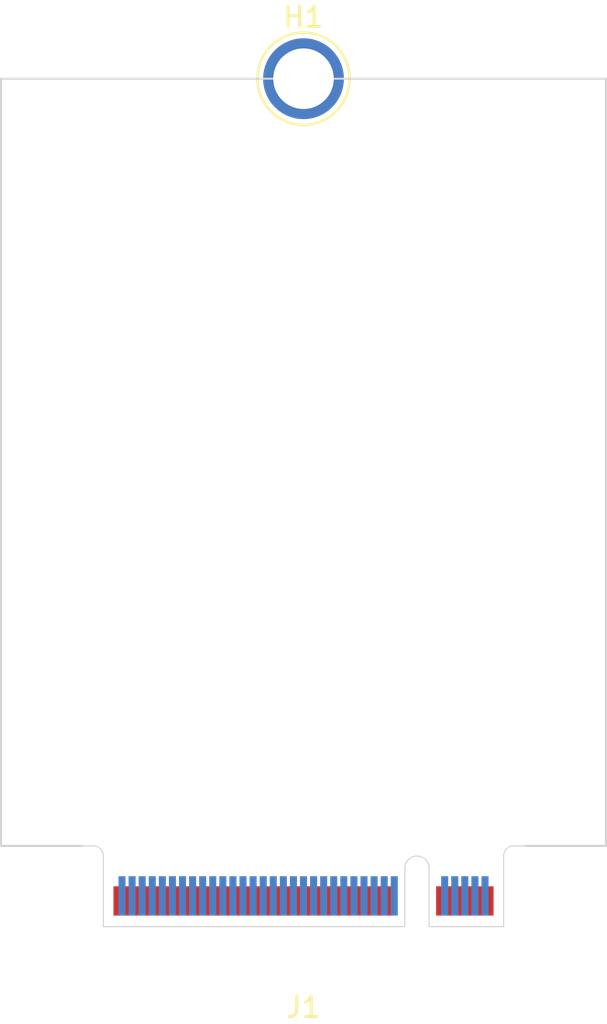
<source format=kicad_pcb>
(kicad_pcb (version 20221018) (generator pcbnew)
  (layers (0 "F.Cu" signal) (31 "B.Cu" signal) (34 "B.Paste" user) (35 "F.Paste" user) (36 "B.SilkS" user "B.Silkscreen") (37 "F.SilkS" user "F.Silkscreen") (38 "B.Mask" user) (39 "F.Mask" user) (44 "Edge.Cuts" user))
  (net 0 "")
  (net 1 "GND")
  (net 3 "Net-(J1-3.3V-Pad2)")
  (footprint "A_my_stuff:NGFF_B" (layer "F.Cu") (at 110 142)
    (fp_text reference "J1" (at 0 4) (layer "F.SilkS"))
    (fp_text value "Bus_M.2_Socket_B")
    (fp_line (start -11 -4) (end -10.425 -4) (stroke (width 0.05)) (layer "Edge.Cuts"))
    (fp_line (start -9.925 -3.5) (end -9.925 0) (stroke (width 0.05)) (layer "Edge.Cuts"))
    (fp_line (start -9.925 0) (end 0 0) (stroke (width 0.05)) (layer "Edge.Cuts"))
    (fp_line (start 0 0) (end 5.025 0) (stroke (width 0.05)) (layer "Edge.Cuts"))
    (fp_line (start 5.025 0) (end 5.025 -2.9) (stroke (width 0.05)) (layer "Edge.Cuts"))
    (fp_line (start 6.225 -2.9) (end 6.225 0) (stroke (width 0.05)) (layer "Edge.Cuts"))
    (fp_line (start 6.225 0) (end 9.925 0) (stroke (width 0.05)) (layer "Edge.Cuts"))
    (fp_line (start 9.925 0) (end 9.925 -3.5) (stroke (width 0.05)) (layer "Edge.Cuts"))
    (fp_line (start 10.425 -4) (end 11 -4) (stroke (width 0.05)) (layer "Edge.Cuts"))
    (fp_arc (start -10.425 -4) (mid -10.071447 -3.853553) (end -9.925 -3.5) (stroke (width 0.05)) (layer "Edge.Cuts"))
    (fp_arc (start 5.025 -2.9) (mid 5.625 -3.5) (end 6.225 -2.9) (stroke (width 0.05)) (layer "Edge.Cuts"))
    (fp_arc (start 9.925 -3.5) (mid 10.071447 -3.853553) (end 10.425 -4) (stroke (width 0.05)) (layer "Edge.Cuts"))
    (pad "1" smd rect (at 9.25 -1.275) (size 0.35 1.45) (layers "F.Cu"))
    (pad "2" smd rect (at 9 -1.525) (size 0.35 1.95) (layers "B.Cu") (net 3 "Net-(J1-3.3V-Pad2)"))
    (pad "3" smd rect (at 8.75 -1.275) (size 0.35 1.45) (layers "F.Cu") (net 1 "GND"))
    (pad "4" smd rect (at 8.5 -1.525) (size 0.35 1.95) (layers "B.Cu") (net 3 "Net-(J1-3.3V-Pad2)"))
    (pad "5" smd rect (at 8.25 -1.275) (size 0.35 1.45) (layers "F.Cu") (net 1 "GND"))
    (pad "6" smd rect (at 8 -1.525) (size 0.35 1.95) (layers "B.Cu"))
    (pad "7" smd rect (at 7.75 -1.275) (size 0.35 1.45) (layers "F.Cu"))
    (pad "8" smd rect (at 7.5 -1.525) (size 0.35 1.95) (layers "B.Cu"))
    (pad "9" smd rect (at 7.25 -1.275) (size 0.35 1.45) (layers "F.Cu"))
    (pad "10" smd rect (at 7 -1.525) (size 0.35 1.95) (layers "B.Cu"))
    (pad "11" smd rect (at 6.75 -1.275) (size 0.35 1.45) (layers "F.Cu") (net 1 "GND"))
    (pad "20" smd rect (at 4.5 -1.525) (size 0.35 1.95) (layers "B.Cu"))
    (pad "21" smd rect (at 4.25 -1.275) (size 0.35 1.45) (layers "F.Cu"))
    (pad "22" smd rect (at 4 -1.525) (size 0.35 1.95) (layers "B.Cu"))
    (pad "23" smd rect (at 3.75 -1.275) (size 0.35 1.45) (layers "F.Cu"))
    (pad "24" smd rect (at 3.5 -1.525) (size 0.35 1.95) (layers "B.Cu"))
    (pad "25" smd rect (at 3.25 -1.275) (size 0.35 1.45) (layers "F.Cu"))
    (pad "26" smd rect (at 3 -1.525) (size 0.35 1.95) (layers "B.Cu"))
    (pad "27" smd rect (at 2.75 -1.275) (size 0.35 1.45) (layers "F.Cu") (net 1 "GND"))
    (pad "28" smd rect (at 2.5 -1.525) (size 0.35 1.95) (layers "B.Cu"))
    (pad "29" smd rect (at 2.25 -1.275) (size 0.35 1.45) (layers "F.Cu"))
    (pad "30" smd rect (at 2 -1.525) (size 0.35 1.95) (layers "B.Cu"))
    (pad "31" smd rect (at 1.75 -1.275) (size 0.35 1.45) (layers "F.Cu"))
    (pad "32" smd rect (at 1.5 -1.525) (size 0.35 1.95) (layers "B.Cu"))
    (pad "33" smd rect (at 1.25 -1.275) (size 0.35 1.45) (layers "F.Cu") (net 1 "GND"))
    (pad "34" smd rect (at 1 -1.525) (size 0.35 1.95) (layers "B.Cu"))
    (pad "35" smd rect (at 0.75 -1.275) (size 0.35 1.45) (layers "F.Cu"))
    (pad "36" smd rect (at 0.5 -1.525) (size 0.35 1.95) (layers "B.Cu"))
    (pad "37" smd rect (at 0.25 -1.275) (size 0.35 1.45) (layers "F.Cu"))
    (pad "38" smd rect (at 0 -1.525) (size 0.35 1.95) (layers "B.Cu"))
    (pad "39" smd rect (at -0.25 -1.275) (size 0.35 1.45) (layers "F.Cu") (net 1 "GND"))
    (pad "40" smd rect (at -0.5 -1.525) (size 0.35 1.95) (layers "B.Cu"))
    (pad "41" smd rect (at -0.75 -1.275) (size 0.35 1.45) (layers "F.Cu"))
    (pad "42" smd rect (at -1 -1.525) (size 0.35 1.95) (layers "B.Cu"))
    (pad "43" smd rect (at -1.25 -1.275) (size 0.35 1.45) (layers "F.Cu"))
    (pad "44" smd rect (at -1.5 -1.525) (size 0.35 1.95) (layers "B.Cu"))
    (pad "45" smd rect (at -1.75 -1.275) (size 0.35 1.45) (layers "F.Cu") (net 1 "GND"))
    (pad "46" smd rect (at -2 -1.525) (size 0.35 1.95) (layers "B.Cu"))
    (pad "47" smd rect (at -2.25 -1.275) (size 0.35 1.45) (layers "F.Cu"))
    (pad "48" smd rect (at -2.5 -1.525) (size 0.35 1.95) (layers "B.Cu"))
    (pad "49" smd rect (at -2.75 -1.275) (size 0.35 1.45) (layers "F.Cu"))
    (pad "50" smd rect (at -3 -1.525) (size 0.35 1.95) (layers "B.Cu"))
    (pad "51" smd rect (at -3.25 -1.275) (size 0.35 1.45) (layers "F.Cu") (net 1 "GND"))
    (pad "52" smd rect (at -3.5 -1.525) (size 0.35 1.95) (layers "B.Cu"))
    (pad "53" smd rect (at -3.75 -1.275) (size 0.35 1.45) (layers "F.Cu"))
    (pad "54" smd rect (at -4 -1.525) (size 0.35 1.95) (layers "B.Cu"))
    (pad "55" smd rect (at -4.25 -1.275) (size 0.35 1.45) (layers "F.Cu"))
    (pad "56" smd rect (at -4.5 -1.525) (size 0.35 1.95) (layers "B.Cu"))
    (pad "57" smd rect (at -4.75 -1.275) (size 0.35 1.45) (layers "F.Cu") (net 1 "GND"))
    (pad "58" smd rect (at -5 -1.525) (size 0.35 1.95) (layers "B.Cu"))
    (pad "59" smd rect (at -5.25 -1.275) (size 0.35 1.45) (layers "F.Cu"))
    (pad "60" smd rect (at -5.5 -1.525) (size 0.35 1.95) (layers "B.Cu"))
    (pad "61" smd rect (at -5.75 -1.275) (size 0.35 1.45) (layers "F.Cu"))
    (pad "62" smd rect (at -6 -1.525) (size 0.35 1.95) (layers "B.Cu"))
    (pad "63" smd rect (at -6.25 -1.275) (size 0.35 1.45) (layers "F.Cu"))
    (pad "64" smd rect (at -6.5 -1.525) (size 0.35 1.95) (layers "B.Cu"))
    (pad "65" smd rect (at -6.75 -1.275) (size 0.35 1.45) (layers "F.Cu"))
    (pad "66" smd rect (at -7 -1.525) (size 0.35 1.95) (layers "B.Cu"))
    (pad "67" smd rect (at -7.25 -1.275) (size 0.35 1.45) (layers "F.Cu"))
    (pad "68" smd rect (at -7.5 -1.525) (size 0.35 1.95) (layers "B.Cu"))
    (pad "69" smd rect (at -7.75 -1.275) (size 0.35 1.45) (layers "F.Cu"))
    (pad "70" smd rect (at -8 -1.525) (size 0.35 1.95) (layers "B.Cu") (net 3 "Net-(J1-3.3V-Pad2)"))
    (pad "71" smd rect (at -8.25 -1.275) (size 0.35 1.45) (layers "F.Cu") (net 1 "GND"))
    (pad "72" smd rect (at -8.5 -1.525) (size 0.35 1.95) (layers "B.Cu") (net 3 "Net-(J1-3.3V-Pad2)"))
    (pad "73" smd rect (at -8.75 -1.275) (size 0.35 1.45) (layers "F.Cu") (net 1 "GND"))
    (pad "74" smd rect (at -9 -1.525) (size 0.35 1.95) (layers "B.Cu") (net 3 "Net-(J1-3.3V-Pad2)"))
    (pad "75" smd rect (at -9.25 -1.275) (size 0.35 1.45) (layers "F.Cu"))
  )
  (footprint "TestPoint:TestPoint_Plated_Hole_D3.0mm" (layer "F.Cu") (at 110 100)
    (fp_text reference "H1" (at 0 -3.048) (layer "F.SilkS"))
    (fp_text value "MountingHole_Pad")
    (fp_circle (center 0 0) (end 0 -2.286) (stroke (width 0.12)) (fill none) (layer "F.SilkS"))
    (pad "1" thru_hole circle (at 0 0) (size 4 4) (drill 3) (layers "*.Cu" "*.Mask") (net 1 "GND"))
  )
  (gr_line (start 125 138) (end 125 100) (stroke (width 0.1)) (layer "Edge.Cuts"))
  (gr_line (start 125 100) (end 95 100) (stroke (width 0.1)) (layer "Edge.Cuts"))
  (gr_line (start 95 100) (end 95 138) (stroke (width 0.1)) (layer "Edge.Cuts"))
  (gr_line (start 121 138) (end 125 138) (stroke (width 0.1)) (layer "Edge.Cuts"))
  (gr_line (start 95 138) (end 99 138) (stroke (width 0.1)) (layer "Edge.Cuts"))
)
</source>
